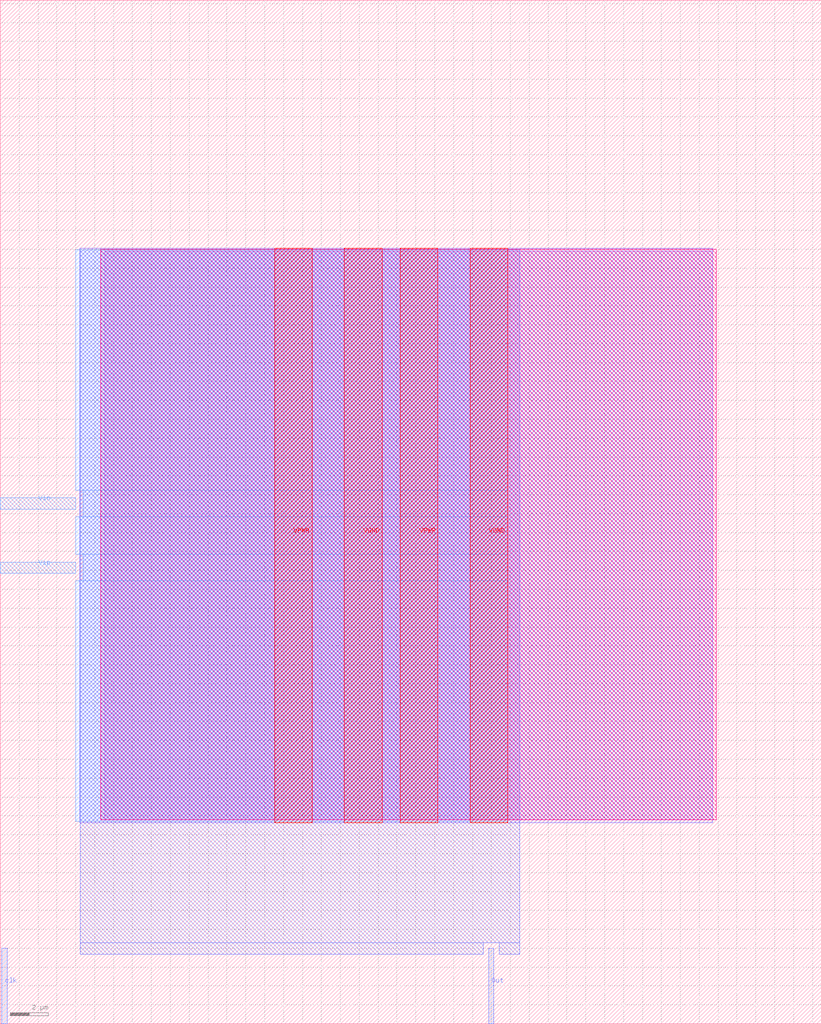
<source format=lef>
VERSION 5.7 ;
  NOWIREEXTENSIONATPIN ON ;
  DIVIDERCHAR "/" ;
  BUSBITCHARS "[]" ;
MACRO tt_um_test_1
  CLASS BLOCK ;
  FOREIGN tt_um_test_1 ;
  ORIGIN 0.000 0.000 ;
  SIZE 43.460 BY 54.180 ;
  PIN Out
    DIRECTION OUTPUT ;
    USE SIGNAL ;
    ANTENNADIFFAREA 1.782000 ;
    PORT
      LAYER met2 ;
        RECT 25.850 0.000 26.130 4.000 ;
    END
  END Out
  PIN VGND
    DIRECTION INOUT ;
    USE GROUND ;
    PORT
      LAYER met4 ;
        RECT 18.220 10.640 20.220 41.040 ;
    END
    PORT
      LAYER met4 ;
        RECT 24.870 10.640 26.870 41.040 ;
    END
  END VGND
  PIN VPWR
    DIRECTION INOUT ;
    USE POWER ;
    PORT
      LAYER met4 ;
        RECT 14.520 10.640 16.520 41.040 ;
    END
    PORT
      LAYER met4 ;
        RECT 21.170 10.640 23.170 41.040 ;
    END
  END VPWR
  PIN Vin
    DIRECTION INPUT ;
    USE SIGNAL ;
    ANTENNAGATEAREA 0.196500 ;
    PORT
      LAYER met3 ;
        RECT 0.000 27.240 4.000 27.840 ;
    END
  END Vin
  PIN Vip
    DIRECTION INPUT ;
    USE SIGNAL ;
    ANTENNAGATEAREA 0.196500 ;
    PORT
      LAYER met3 ;
        RECT 0.000 23.840 4.000 24.440 ;
    END
  END Vip
  PIN clk
    DIRECTION INPUT ;
    USE SIGNAL ;
    PORT
      LAYER met2 ;
        RECT 0.090 0.000 0.370 4.000 ;
    END
  END clk
  OBS
      LAYER nwell ;
        RECT 5.330 10.795 37.910 40.990 ;
      LAYER li1 ;
        RECT 5.520 10.795 37.720 40.885 ;
      LAYER met1 ;
        RECT 4.210 10.640 37.720 41.040 ;
      LAYER met2 ;
        RECT 4.230 4.280 27.500 40.985 ;
        RECT 4.230 3.670 25.570 4.280 ;
        RECT 26.410 3.670 27.500 4.280 ;
      LAYER met3 ;
        RECT 3.990 28.240 26.860 40.965 ;
        RECT 4.400 26.840 26.860 28.240 ;
        RECT 3.990 24.840 26.860 26.840 ;
        RECT 4.400 23.440 26.860 24.840 ;
        RECT 3.990 10.715 26.860 23.440 ;
  END
END tt_um_test_1
END LIBRARY


</source>
